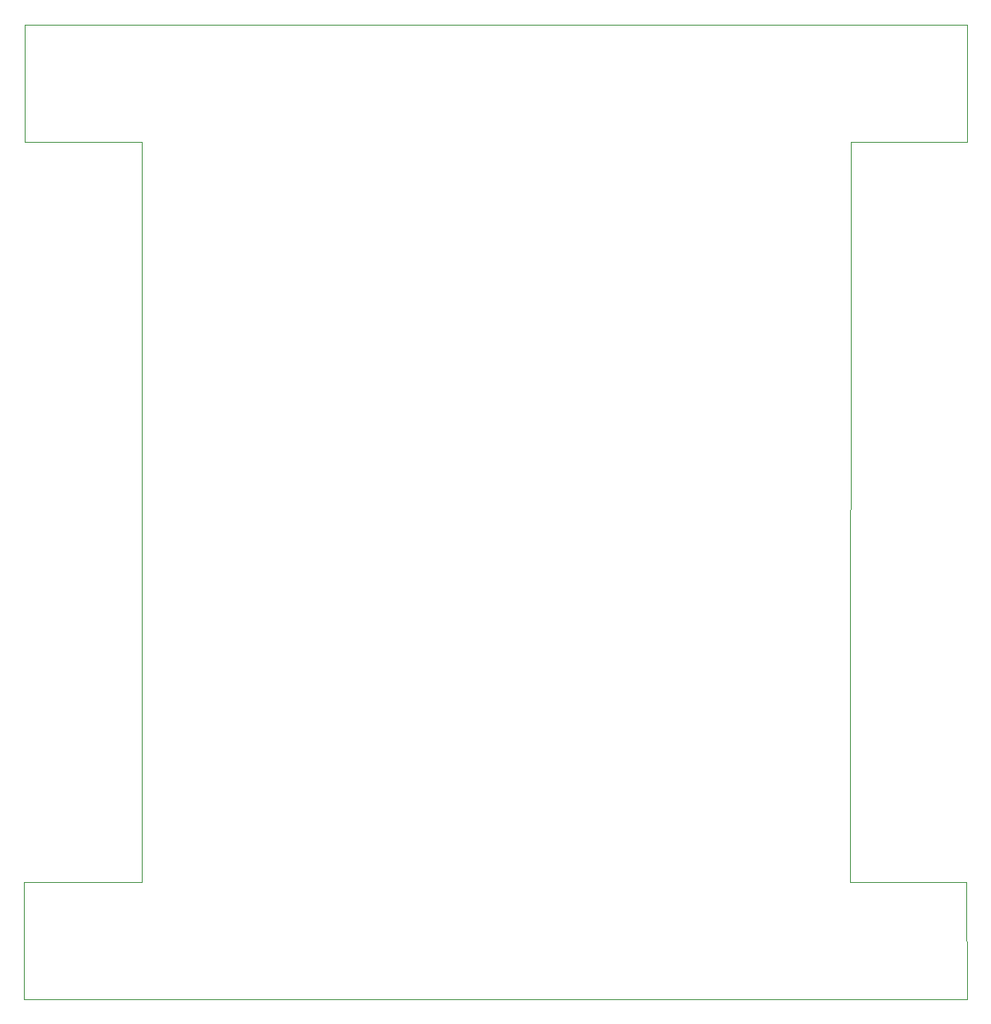
<source format=gbr>
%TF.GenerationSoftware,KiCad,Pcbnew,(6.0.7)*%
%TF.CreationDate,2023-04-27T13:47:55+08:00*%
%TF.ProjectId,Engineering 2023 UAV flight controller,456e6769-6e65-4657-9269-6e6720323032,1*%
%TF.SameCoordinates,Original*%
%TF.FileFunction,Profile,NP*%
%FSLAX46Y46*%
G04 Gerber Fmt 4.6, Leading zero omitted, Abs format (unit mm)*
G04 Created by KiCad (PCBNEW (6.0.7)) date 2023-04-27 13:47:55*
%MOMM*%
%LPD*%
G01*
G04 APERTURE LIST*
%TA.AperFunction,Profile*%
%ADD10C,0.100000*%
%TD*%
G04 APERTURE END LIST*
D10*
X115400000Y-42000000D02*
X103400000Y-42000000D01*
X103400000Y-54000000D02*
X115400000Y-54000000D01*
X200130000Y-129980000D02*
X188120000Y-129980000D01*
X115400000Y-54000000D02*
X115420000Y-130000000D01*
X103340000Y-141980000D02*
X103340000Y-130000000D01*
X200200000Y-54000000D02*
X188200000Y-54000000D01*
X188125000Y-141975000D02*
X200140000Y-141980000D01*
X200140000Y-141980000D02*
X200130000Y-129980000D01*
X188125000Y-42000000D02*
X115400000Y-42000000D01*
X115400000Y-141975000D02*
X188125000Y-141975000D01*
X103340000Y-130000000D02*
X115420000Y-130000000D01*
X188120000Y-129980000D02*
X188200000Y-54000000D01*
X115400000Y-141975000D02*
X103340000Y-141980000D01*
X103400000Y-42000000D02*
X103400000Y-54000000D01*
X188125000Y-42000000D02*
X200200000Y-42000000D01*
X200200000Y-42000000D02*
X200200000Y-54000000D01*
M02*

</source>
